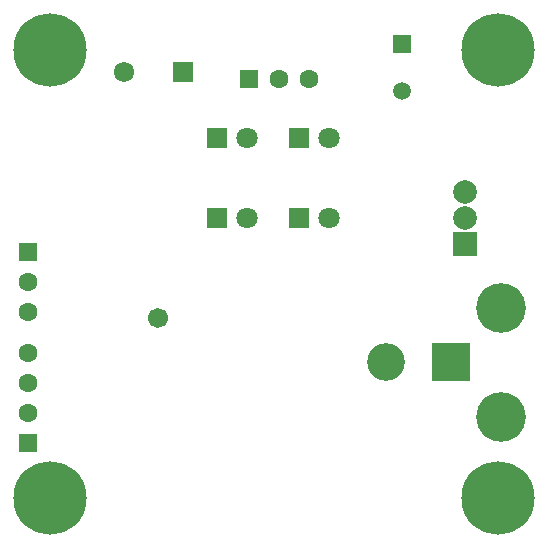
<source format=gbs>
G04 (created by PCBNEW (2013-05-16 BZR 4016)-stable) date 03/07/2013 13:28:14*
%MOIN*%
G04 Gerber Fmt 3.4, Leading zero omitted, Abs format*
%FSLAX34Y34*%
G01*
G70*
G90*
G04 APERTURE LIST*
%ADD10C,0.00590551*%
%ADD11R,0.0787402X0.0787402*%
%ADD12C,0.0787402*%
%ADD13R,0.062974X0.062974*%
%ADD14C,0.062974*%
%ADD15R,0.062874X0.062874*%
%ADD16C,0.062874*%
%ADD17C,0.066974*%
%ADD18C,0.125974*%
%ADD19R,0.125974X0.125974*%
%ADD20C,0.165374*%
%ADD21R,0.059074X0.059074*%
%ADD22C,0.059074*%
%ADD23R,0.0708661X0.0708661*%
%ADD24C,0.0708661*%
%ADD25C,0.244074*%
%ADD26R,0.067874X0.067874*%
%ADD27C,0.067874*%
G04 APERTURE END LIST*
G54D10*
G54D11*
X107559Y-72440D03*
G54D12*
X107559Y-71574D03*
X107559Y-70708D03*
G54D13*
X92992Y-79059D03*
G54D14*
X92992Y-78059D03*
X92992Y-77059D03*
X92992Y-76059D03*
G54D15*
X92992Y-72700D03*
G54D16*
X92992Y-73700D03*
X92992Y-74700D03*
G54D15*
X100338Y-66929D03*
G54D16*
X101338Y-66929D03*
X102338Y-66929D03*
G54D17*
X97322Y-74881D03*
G54D18*
X104921Y-76377D03*
G54D19*
X107086Y-76377D03*
G54D20*
X108740Y-74566D03*
X108740Y-78188D03*
G54D21*
X105433Y-65748D03*
G54D22*
X105433Y-67322D03*
G54D23*
X102019Y-71574D03*
G54D24*
X103019Y-71574D03*
G54D23*
X99263Y-71574D03*
G54D24*
X100263Y-71574D03*
G54D23*
X102019Y-68897D03*
G54D24*
X103019Y-68897D03*
G54D23*
X99263Y-68897D03*
G54D24*
X100263Y-68897D03*
G54D25*
X108661Y-65944D03*
X93700Y-65944D03*
X108661Y-80905D03*
X93700Y-80905D03*
G54D26*
X98149Y-66692D03*
G54D27*
X96181Y-66692D03*
M02*

</source>
